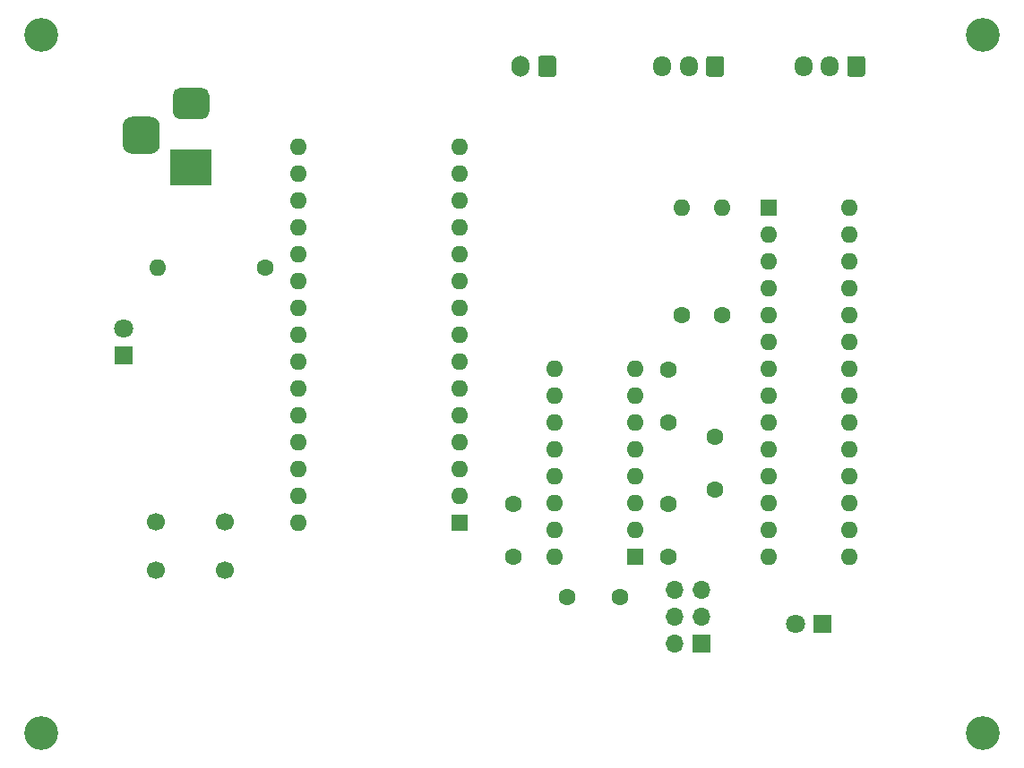
<source format=gts>
%TF.GenerationSoftware,KiCad,Pcbnew,(5.1.9)-1*%
%TF.CreationDate,2021-03-23T20:02:45+09:00*%
%TF.ProjectId,IO,494f2e6b-6963-4616-945f-706362585858,rev?*%
%TF.SameCoordinates,Original*%
%TF.FileFunction,Soldermask,Top*%
%TF.FilePolarity,Negative*%
%FSLAX46Y46*%
G04 Gerber Fmt 4.6, Leading zero omitted, Abs format (unit mm)*
G04 Created by KiCad (PCBNEW (5.1.9)-1) date 2021-03-23 20:02:45*
%MOMM*%
%LPD*%
G01*
G04 APERTURE LIST*
%ADD10C,3.200000*%
%ADD11C,1.600000*%
%ADD12O,1.700000X1.700000*%
%ADD13R,1.700000X1.700000*%
%ADD14O,1.600000X1.600000*%
%ADD15C,1.800000*%
%ADD16R,1.800000X1.800000*%
%ADD17R,1.600000X1.600000*%
%ADD18O,1.700000X1.950000*%
%ADD19O,1.700000X2.000000*%
%ADD20R,4.000000X3.500000*%
%ADD21C,1.700000*%
G04 APERTURE END LIST*
D10*
%TO.C,REF\u002A\u002A*%
X155500000Y-45300000D03*
%TD*%
%TO.C,REF\u002A\u002A*%
X155500000Y-111300000D03*
%TD*%
%TO.C,REF\u002A\u002A*%
X66500000Y-111300000D03*
%TD*%
%TO.C,REF\u002A\u002A*%
X66500000Y-45300000D03*
%TD*%
D11*
%TO.C,C5*%
X111125000Y-89615000D03*
X111125000Y-94615000D03*
%TD*%
D12*
%TO.C,OP_ISP*%
X126365000Y-97790000D03*
X128905000Y-97790000D03*
X126365000Y-100330000D03*
X128905000Y-100330000D03*
X126365000Y-102870000D03*
D13*
X128905000Y-102870000D03*
%TD*%
D14*
%TO.C,PWR_R1*%
X77470000Y-67310000D03*
D11*
X87630000Y-67310000D03*
%TD*%
D15*
%TO.C,PWR_LED1*%
X74295000Y-73025000D03*
D16*
X74295000Y-75565000D03*
%TD*%
D14*
%TO.C,OP_MEGA328P*%
X142875000Y-61595000D03*
X135255000Y-94615000D03*
X142875000Y-64135000D03*
X135255000Y-92075000D03*
X142875000Y-66675000D03*
X135255000Y-89535000D03*
X142875000Y-69215000D03*
X135255000Y-86995000D03*
X142875000Y-71755000D03*
X135255000Y-84455000D03*
X142875000Y-74295000D03*
X135255000Y-81915000D03*
X142875000Y-76835000D03*
X135255000Y-79375000D03*
X142875000Y-79375000D03*
X135255000Y-76835000D03*
X142875000Y-81915000D03*
X135255000Y-74295000D03*
X142875000Y-84455000D03*
X135255000Y-71755000D03*
X142875000Y-86995000D03*
X135255000Y-69215000D03*
X142875000Y-89535000D03*
X135255000Y-66675000D03*
X142875000Y-92075000D03*
X135255000Y-64135000D03*
X142875000Y-94615000D03*
D17*
X135255000Y-61595000D03*
%TD*%
D14*
%TO.C,OP_R2*%
X130810000Y-61595000D03*
D11*
X130810000Y-71755000D03*
%TD*%
D14*
%TO.C,OP_R1*%
X127000000Y-61595000D03*
D11*
X127000000Y-71755000D03*
%TD*%
D15*
%TO.C,OP_LED1*%
X137795000Y-100965000D03*
D16*
X140335000Y-100965000D03*
%TD*%
D18*
%TO.C,OP_CN3*%
X138510000Y-48260000D03*
X141010000Y-48260000D03*
G36*
G01*
X144360000Y-47535000D02*
X144360000Y-48985000D01*
G75*
G02*
X144110000Y-49235000I-250000J0D01*
G01*
X142910000Y-49235000D01*
G75*
G02*
X142660000Y-48985000I0J250000D01*
G01*
X142660000Y-47535000D01*
G75*
G02*
X142910000Y-47285000I250000J0D01*
G01*
X144110000Y-47285000D01*
G75*
G02*
X144360000Y-47535000I0J-250000D01*
G01*
G37*
%TD*%
D11*
%TO.C,C4*%
X125730000Y-89615000D03*
X125730000Y-94615000D03*
%TD*%
%TO.C,C3*%
X130175000Y-83265000D03*
X130175000Y-88265000D03*
%TD*%
%TO.C,C2*%
X125730000Y-76915000D03*
X125730000Y-81915000D03*
%TD*%
%TO.C,C1*%
X121205000Y-98425000D03*
X116205000Y-98425000D03*
%TD*%
D19*
%TO.C,CN3*%
X111800000Y-48260000D03*
G36*
G01*
X115150000Y-47510000D02*
X115150000Y-49010000D01*
G75*
G02*
X114900000Y-49260000I-250000J0D01*
G01*
X113700000Y-49260000D01*
G75*
G02*
X113450000Y-49010000I0J250000D01*
G01*
X113450000Y-47510000D01*
G75*
G02*
X113700000Y-47260000I250000J0D01*
G01*
X114900000Y-47260000D01*
G75*
G02*
X115150000Y-47510000I0J-250000D01*
G01*
G37*
%TD*%
D17*
%TO.C,Nano1*%
X106045000Y-91440000D03*
D14*
X90805000Y-58420000D03*
X106045000Y-88900000D03*
X90805000Y-60960000D03*
X106045000Y-86360000D03*
X90805000Y-63500000D03*
X106045000Y-83820000D03*
X90805000Y-66040000D03*
X106045000Y-81280000D03*
X90805000Y-68580000D03*
X106045000Y-78740000D03*
X90805000Y-71120000D03*
X106045000Y-76200000D03*
X90805000Y-73660000D03*
X106045000Y-73660000D03*
X90805000Y-76200000D03*
X106045000Y-71120000D03*
X90805000Y-78740000D03*
X106045000Y-68580000D03*
X90805000Y-81280000D03*
X106045000Y-66040000D03*
X90805000Y-83820000D03*
X106045000Y-63500000D03*
X90805000Y-86360000D03*
X106045000Y-60960000D03*
X90805000Y-88900000D03*
X106045000Y-58420000D03*
X90805000Y-91440000D03*
X106045000Y-55880000D03*
X90805000Y-55880000D03*
%TD*%
%TO.C,CN1*%
G36*
G01*
X75070000Y-53035000D02*
X76820000Y-53035000D01*
G75*
G02*
X77695000Y-53910000I0J-875000D01*
G01*
X77695000Y-55660000D01*
G75*
G02*
X76820000Y-56535000I-875000J0D01*
G01*
X75070000Y-56535000D01*
G75*
G02*
X74195000Y-55660000I0J875000D01*
G01*
X74195000Y-53910000D01*
G75*
G02*
X75070000Y-53035000I875000J0D01*
G01*
G37*
G36*
G01*
X79645000Y-50285000D02*
X81645000Y-50285000D01*
G75*
G02*
X82395000Y-51035000I0J-750000D01*
G01*
X82395000Y-52535000D01*
G75*
G02*
X81645000Y-53285000I-750000J0D01*
G01*
X79645000Y-53285000D01*
G75*
G02*
X78895000Y-52535000I0J750000D01*
G01*
X78895000Y-51035000D01*
G75*
G02*
X79645000Y-50285000I750000J0D01*
G01*
G37*
D20*
X80645000Y-57785000D03*
%TD*%
D18*
%TO.C,CN2*%
X125175000Y-48260000D03*
X127675000Y-48260000D03*
G36*
G01*
X131025000Y-47535000D02*
X131025000Y-48985000D01*
G75*
G02*
X130775000Y-49235000I-250000J0D01*
G01*
X129575000Y-49235000D01*
G75*
G02*
X129325000Y-48985000I0J250000D01*
G01*
X129325000Y-47535000D01*
G75*
G02*
X129575000Y-47285000I250000J0D01*
G01*
X130775000Y-47285000D01*
G75*
G02*
X131025000Y-47535000I0J-250000D01*
G01*
G37*
%TD*%
D21*
%TO.C,TEST1*%
X77320000Y-91385000D03*
X83820000Y-91385000D03*
X77320000Y-95885000D03*
X83820000Y-95885000D03*
%TD*%
D17*
%TO.C,232 Driver*%
X122645000Y-94615000D03*
D14*
X115025000Y-76835000D03*
X122645000Y-92075000D03*
X115025000Y-79375000D03*
X122645000Y-89535000D03*
X115025000Y-81915000D03*
X122645000Y-86995000D03*
X115025000Y-84455000D03*
X122645000Y-84455000D03*
X115025000Y-86995000D03*
X122645000Y-81915000D03*
X115025000Y-89535000D03*
X122645000Y-79375000D03*
X115025000Y-92075000D03*
X122645000Y-76835000D03*
X115025000Y-94615000D03*
%TD*%
M02*

</source>
